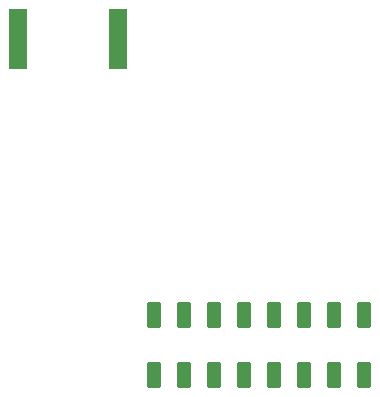
<source format=gbp>
%TF.GenerationSoftware,KiCad,Pcbnew,7.0.1*%
%TF.CreationDate,2023-10-27T08:58:37+02:00*%
%TF.ProjectId,SensorLeapSMA,53656e73-6f72-44c6-9561-70534d412e6b,rev?*%
%TF.SameCoordinates,Original*%
%TF.FileFunction,Paste,Bot*%
%TF.FilePolarity,Positive*%
%FSLAX46Y46*%
G04 Gerber Fmt 4.6, Leading zero omitted, Abs format (unit mm)*
G04 Created by KiCad (PCBNEW 7.0.1) date 2023-10-27 08:58:37*
%MOMM*%
%LPD*%
G01*
G04 APERTURE LIST*
G04 Aperture macros list*
%AMRoundRect*
0 Rectangle with rounded corners*
0 $1 Rounding radius*
0 $2 $3 $4 $5 $6 $7 $8 $9 X,Y pos of 4 corners*
0 Add a 4 corners polygon primitive as box body*
4,1,4,$2,$3,$4,$5,$6,$7,$8,$9,$2,$3,0*
0 Add four circle primitives for the rounded corners*
1,1,$1+$1,$2,$3*
1,1,$1+$1,$4,$5*
1,1,$1+$1,$6,$7*
1,1,$1+$1,$8,$9*
0 Add four rect primitives between the rounded corners*
20,1,$1+$1,$2,$3,$4,$5,0*
20,1,$1+$1,$4,$5,$6,$7,0*
20,1,$1+$1,$6,$7,$8,$9,0*
20,1,$1+$1,$8,$9,$2,$3,0*%
G04 Aperture macros list end*
%ADD10R,1.520000X5.080000*%
%ADD11RoundRect,0.133333X-0.466667X-0.966667X0.466667X-0.966667X0.466667X0.966667X-0.466667X0.966667X0*%
G04 APERTURE END LIST*
D10*
%TO.C,J1*%
X67110000Y-34100000D03*
X75590000Y-34100000D03*
%TD*%
D11*
%TO.C,J2*%
X96380000Y-62500000D03*
X96370000Y-57500000D03*
X93840000Y-62500000D03*
X93830000Y-57500000D03*
X91300000Y-62500000D03*
X91290000Y-57500000D03*
X88760000Y-62500000D03*
X88750000Y-57500000D03*
X86220000Y-62500000D03*
X86210000Y-57500000D03*
X83680000Y-62500000D03*
X83670000Y-57500000D03*
X81140000Y-62500000D03*
X81130000Y-57500000D03*
X78600000Y-62500000D03*
X78590000Y-57500000D03*
%TD*%
M02*

</source>
